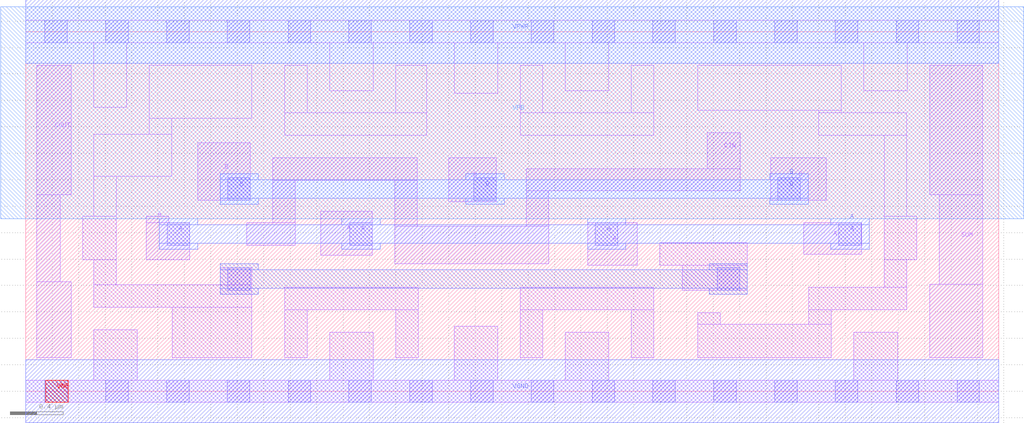
<source format=lef>
# Copyright 2020 The SkyWater PDK Authors
#
# Licensed under the Apache License, Version 2.0 (the "License");
# you may not use this file except in compliance with the License.
# You may obtain a copy of the License at
#
#     https://www.apache.org/licenses/LICENSE-2.0
#
# Unless required by applicable law or agreed to in writing, software
# distributed under the License is distributed on an "AS IS" BASIS,
# WITHOUT WARRANTIES OR CONDITIONS OF ANY KIND, either express or implied.
# See the License for the specific language governing permissions and
# limitations under the License.
#
# SPDX-License-Identifier: Apache-2.0

VERSION 5.7 ;
  NOWIREEXTENSIONATPIN ON ;
  DIVIDERCHAR "/" ;
  BUSBITCHARS "[]" ;
MACRO sky130_fd_sc_hd__fa_1
  CLASS CORE ;
  FOREIGN sky130_fd_sc_hd__fa_1 ;
  ORIGIN  0.000000  0.000000 ;
  SIZE  7.360000 BY  2.720000 ;
  SYMMETRY X Y R90 ;
  SITE unithd ;
  PIN A
    ANTENNAGATEAREA  0.504000 ;
    DIRECTION INPUT ;
    USE SIGNAL ;
    PORT
      LAYER li1 ;
        RECT 0.910000 0.995000 1.240000 1.275000 ;
        RECT 0.910000 1.275000 1.080000 1.325000 ;
      LAYER mcon ;
        RECT 1.070000 1.105000 1.240000 1.275000 ;
    END
    PORT
      LAYER li1 ;
        RECT 2.230000 1.030000 2.620000 1.360000 ;
      LAYER mcon ;
        RECT 2.450000 1.105000 2.620000 1.275000 ;
    END
    PORT
      LAYER li1 ;
        RECT 4.250000 0.955000 4.625000 1.275000 ;
      LAYER mcon ;
        RECT 4.310000 1.105000 4.480000 1.275000 ;
    END
    PORT
      LAYER li1 ;
        RECT 5.885000 1.035000 6.325000 1.275000 ;
      LAYER mcon ;
        RECT 6.150000 1.105000 6.320000 1.275000 ;
    END
    PORT
      LAYER met1 ;
        RECT 1.010000 1.075000 1.300000 1.120000 ;
        RECT 1.010000 1.120000 6.380000 1.260000 ;
        RECT 1.010000 1.260000 1.300000 1.305000 ;
        RECT 2.390000 1.075000 2.680000 1.120000 ;
        RECT 2.390000 1.260000 2.680000 1.305000 ;
        RECT 4.250000 1.075000 4.540000 1.120000 ;
        RECT 4.250000 1.260000 4.540000 1.305000 ;
        RECT 6.090000 1.075000 6.380000 1.120000 ;
        RECT 6.090000 1.260000 6.380000 1.305000 ;
    END
  END A
  PIN B
    ANTENNAGATEAREA  0.504000 ;
    DIRECTION INPUT ;
    USE SIGNAL ;
    PORT
      LAYER li1 ;
        RECT 1.300000 1.445000 1.700000 1.880000 ;
      LAYER mcon ;
        RECT 1.530000 1.445000 1.700000 1.615000 ;
    END
    PORT
      LAYER li1 ;
        RECT 3.200000 1.435000 3.560000 1.765000 ;
      LAYER mcon ;
        RECT 3.390000 1.445000 3.560000 1.615000 ;
    END
    PORT
      LAYER li1 ;
        RECT 5.635000 1.445000 6.055000 1.765000 ;
      LAYER mcon ;
        RECT 5.690000 1.445000 5.860000 1.615000 ;
    END
    PORT
      LAYER met1 ;
        RECT 1.470000 1.415000 1.760000 1.460000 ;
        RECT 1.470000 1.460000 5.920000 1.600000 ;
        RECT 1.470000 1.600000 1.760000 1.645000 ;
        RECT 3.330000 1.415000 3.620000 1.460000 ;
        RECT 3.330000 1.600000 3.620000 1.645000 ;
        RECT 5.630000 1.415000 5.920000 1.460000 ;
        RECT 5.630000 1.600000 5.920000 1.645000 ;
    END
  END B
  PIN CIN
    ANTENNAGATEAREA  0.378000 ;
    DIRECTION INPUT ;
    USE SIGNAL ;
    PORT
      LAYER li1 ;
        RECT 1.670000 1.105000 2.040000 1.275000 ;
        RECT 1.870000 1.275000 2.040000 1.595000 ;
        RECT 1.870000 1.595000 2.960000 1.765000 ;
        RECT 2.790000 0.965000 3.955000 1.250000 ;
        RECT 2.790000 1.250000 2.960000 1.595000 ;
        RECT 3.785000 1.250000 3.955000 1.515000 ;
        RECT 3.785000 1.515000 5.405000 1.685000 ;
        RECT 5.155000 1.685000 5.405000 1.955000 ;
    END
  END CIN
  PIN COUT
    ANTENNADIFFAREA  0.429000 ;
    DIRECTION OUTPUT ;
    USE SIGNAL ;
    PORT
      LAYER li1 ;
        RECT 0.085000 0.255000 0.345000 0.830000 ;
        RECT 0.085000 0.830000 0.260000 1.485000 ;
        RECT 0.085000 1.485000 0.345000 2.465000 ;
    END
  END COUT
  PIN SUM
    ANTENNADIFFAREA  0.429000 ;
    DIRECTION OUTPUT ;
    USE SIGNAL ;
    PORT
      LAYER li1 ;
        RECT 6.840000 0.255000 7.240000 0.810000 ;
        RECT 6.840000 1.485000 7.240000 2.465000 ;
        RECT 6.910000 0.810000 7.240000 1.485000 ;
    END
  END SUM
  PIN VNB
    PORT
      LAYER pwell ;
        RECT 0.150000 -0.085000 0.320000 0.085000 ;
    END
  END VNB
  PIN VPB
    PORT
      LAYER nwell ;
        RECT -0.190000 1.305000 7.550000 2.910000 ;
    END
  END VPB
  PIN VGND
    DIRECTION INOUT ;
    SHAPE ABUTMENT ;
    USE GROUND ;
    PORT
      LAYER met1 ;
        RECT 0.000000 -0.240000 7.360000 0.240000 ;
    END
  END VGND
  PIN VPWR
    DIRECTION INOUT ;
    SHAPE ABUTMENT ;
    USE POWER ;
    PORT
      LAYER met1 ;
        RECT 0.000000 2.480000 7.360000 2.960000 ;
    END
  END VPWR
  OBS
    LAYER li1 ;
      RECT 0.000000 -0.085000 7.360000 0.085000 ;
      RECT 0.000000  2.635000 7.360000 2.805000 ;
      RECT 0.430000  0.995000 0.685000 1.325000 ;
      RECT 0.515000  0.085000 0.845000 0.465000 ;
      RECT 0.515000  0.635000 1.710000 0.805000 ;
      RECT 0.515000  0.805000 0.685000 0.995000 ;
      RECT 0.515000  1.325000 0.685000 1.625000 ;
      RECT 0.515000  1.625000 1.105000 1.945000 ;
      RECT 0.515000  2.150000 0.765000 2.635000 ;
      RECT 0.935000  1.945000 1.105000 2.065000 ;
      RECT 0.935000  2.065000 1.710000 2.465000 ;
      RECT 1.110000  0.255000 1.710000 0.635000 ;
      RECT 1.470000  0.805000 1.710000 0.935000 ;
      RECT 1.960000  0.255000 2.130000 0.615000 ;
      RECT 1.960000  0.615000 2.970000 0.785000 ;
      RECT 1.960000  1.935000 3.035000 2.105000 ;
      RECT 1.960000  2.105000 2.130000 2.465000 ;
      RECT 2.300000  0.085000 2.630000 0.445000 ;
      RECT 2.300000  2.275000 2.630000 2.635000 ;
      RECT 2.800000  0.255000 2.970000 0.615000 ;
      RECT 2.800000  2.105000 3.035000 2.465000 ;
      RECT 3.240000  0.085000 3.570000 0.490000 ;
      RECT 3.240000  2.255000 3.570000 2.635000 ;
      RECT 3.740000  0.255000 3.910000 0.615000 ;
      RECT 3.740000  0.615000 4.750000 0.785000 ;
      RECT 3.740000  1.935000 4.750000 2.105000 ;
      RECT 3.740000  2.105000 3.910000 2.465000 ;
      RECT 4.080000  0.085000 4.410000 0.445000 ;
      RECT 4.080000  2.275000 4.410000 2.635000 ;
      RECT 4.580000  0.255000 4.750000 0.615000 ;
      RECT 4.580000  2.105000 4.750000 2.465000 ;
      RECT 4.795000  0.955000 5.460000 1.125000 ;
      RECT 4.965000  0.765000 5.460000 0.955000 ;
      RECT 5.085000  0.255000 6.095000 0.505000 ;
      RECT 5.085000  0.505000 5.255000 0.595000 ;
      RECT 5.085000  2.125000 6.170000 2.465000 ;
      RECT 5.925000  0.505000 6.095000 0.615000 ;
      RECT 5.925000  0.615000 6.665000 0.785000 ;
      RECT 6.000000  1.935000 6.665000 2.105000 ;
      RECT 6.000000  2.105000 6.170000 2.125000 ;
      RECT 6.265000  0.085000 6.595000 0.445000 ;
      RECT 6.340000  2.275000 6.670000 2.635000 ;
      RECT 6.495000  0.785000 6.665000 0.995000 ;
      RECT 6.495000  0.995000 6.740000 1.325000 ;
      RECT 6.495000  1.325000 6.665000 1.935000 ;
    LAYER mcon ;
      RECT 0.145000 -0.085000 0.315000 0.085000 ;
      RECT 0.145000  2.635000 0.315000 2.805000 ;
      RECT 0.605000 -0.085000 0.775000 0.085000 ;
      RECT 0.605000  2.635000 0.775000 2.805000 ;
      RECT 1.065000 -0.085000 1.235000 0.085000 ;
      RECT 1.065000  2.635000 1.235000 2.805000 ;
      RECT 1.525000 -0.085000 1.695000 0.085000 ;
      RECT 1.525000  2.635000 1.695000 2.805000 ;
      RECT 1.530000  0.765000 1.700000 0.935000 ;
      RECT 1.985000 -0.085000 2.155000 0.085000 ;
      RECT 1.985000  2.635000 2.155000 2.805000 ;
      RECT 2.445000 -0.085000 2.615000 0.085000 ;
      RECT 2.445000  2.635000 2.615000 2.805000 ;
      RECT 2.905000 -0.085000 3.075000 0.085000 ;
      RECT 2.905000  2.635000 3.075000 2.805000 ;
      RECT 3.365000 -0.085000 3.535000 0.085000 ;
      RECT 3.365000  2.635000 3.535000 2.805000 ;
      RECT 3.825000 -0.085000 3.995000 0.085000 ;
      RECT 3.825000  2.635000 3.995000 2.805000 ;
      RECT 4.285000 -0.085000 4.455000 0.085000 ;
      RECT 4.285000  2.635000 4.455000 2.805000 ;
      RECT 4.745000 -0.085000 4.915000 0.085000 ;
      RECT 4.745000  2.635000 4.915000 2.805000 ;
      RECT 5.205000 -0.085000 5.375000 0.085000 ;
      RECT 5.205000  2.635000 5.375000 2.805000 ;
      RECT 5.230000  0.765000 5.400000 0.935000 ;
      RECT 5.665000 -0.085000 5.835000 0.085000 ;
      RECT 5.665000  2.635000 5.835000 2.805000 ;
      RECT 6.125000 -0.085000 6.295000 0.085000 ;
      RECT 6.125000  2.635000 6.295000 2.805000 ;
      RECT 6.585000 -0.085000 6.755000 0.085000 ;
      RECT 6.585000  2.635000 6.755000 2.805000 ;
      RECT 7.045000 -0.085000 7.215000 0.085000 ;
      RECT 7.045000  2.635000 7.215000 2.805000 ;
    LAYER met1 ;
      RECT 1.470000 0.735000 1.760000 0.780000 ;
      RECT 1.470000 0.780000 5.460000 0.920000 ;
      RECT 1.470000 0.920000 1.760000 0.965000 ;
      RECT 5.170000 0.735000 5.460000 0.780000 ;
      RECT 5.170000 0.920000 5.460000 0.965000 ;
  END
END sky130_fd_sc_hd__fa_1
END LIBRARY

</source>
